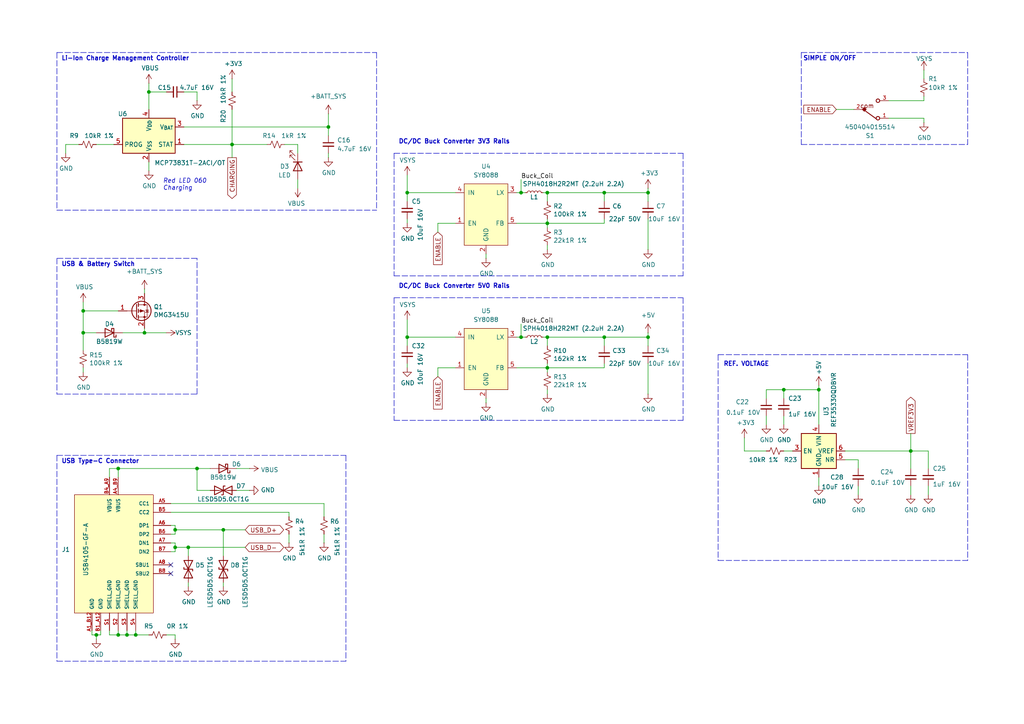
<source format=kicad_sch>
(kicad_sch (version 20250114) (generator "eeschema") (generator_version "9.0")
  (paper "A4")
  (lib_symbols
    (symbol "Battery_Management:MCP73831-2-OT"
      (property "Reference" "U" (at -7.62 6.35 0))
      (property "Value" "MCP73831-2-OT" (at 1.27 6.35 0))
      (symbol "MCP73831-2-OT_0_1"
        (rectangle (start -7.62 5.08) (end 7.62 -5.08) (stroke (width 0.254)) (fill (type background)))
      )
      (symbol "MCP73831-2-OT_1_1"
        (pin input line (at -10.16 -2.54 0) (length 2.54) (name "PROG") (number "5"))
        (pin power_in line (at 0 7.62 270) (length 2.54) (name "V_{DD}") (number "4"))
        (pin power_in line (at 0 -7.62 90) (length 2.54) (name "V_{SS}") (number "2"))
        (pin power_out line (at 10.16 2.54 180) (length 2.54) (name "V_{BAT}") (number "3"))
        (pin tri_state line (at 10.16 -2.54 180) (length 2.54) (name "STAT") (number "1"))
      )
    )
    (symbol "Device:C_Small" (pin_numbers (hide yes)) (pin_names (offset 0.254) (hide yes))
      (property "Reference" "C" (at 0.254 1.778 0))
      (property "Value" "C_Small" (at 0.254 -2.032 0))
      (symbol "C_Small_0_1"
        (polyline (pts (xy -1.524 0.508) (xy 1.524 0.508)) (stroke (width 0.3048)))
        (polyline (pts (xy -1.524 -0.508) (xy 1.524 -0.508)) (stroke (width 0.3302)))
      )
      (symbol "C_Small_1_1"
        (pin passive line (at 0 2.54 270) (length 2.032) (name "~") (number "1"))
        (pin passive line (at 0 -2.54 90) (length 2.032) (name "~") (number "2"))
      )
    )
    (symbol "Device:D_Schottky" (pin_numbers (hide yes)) (pin_names (offset 1.016) (hide yes))
      (property "Reference" "D" (at 0 2.54 0))
      (property "Value" "D_Schottky" (at 0 -2.54 0))
      (symbol "D_Schottky_0_1"
        (polyline (pts (xy -1.905 0.635) (xy -1.905 1.27) (xy -1.27 1.27) (xy -1.27 -1.27) (xy -0.635 -1.27) (xy -0.635 -0.635)) (stroke (width 0.254)))
        (polyline (pts (xy 1.27 1.27) (xy 1.27 -1.27) (xy -1.27 0) (xy 1.27 1.27)) (stroke (width 0.254)))
        (polyline (pts (xy 1.27 0) (xy -1.27 0)))
      )
      (symbol "D_Schottky_1_1"
        (pin passive line (at -3.81 0 0) (length 2.54) (name "K") (number "1"))
        (pin passive line (at 3.81 0 180) (length 2.54) (name "A") (number "2"))
      )
    )
    (symbol "Device:D_TVS" (pin_numbers (hide yes)) (pin_names (offset 1.016) (hide yes))
      (property "Reference" "D" (at 0 2.54 0))
      (property "Value" "D_TVS" (at 0 -2.54 0))
      (symbol "D_TVS_0_1"
        (polyline (pts (xy -2.54 1.27) (xy -2.54 -1.27) (xy 2.54 1.27) (xy 2.54 -1.27) (xy -2.54 1.27)) (stroke (width 0.254)))
        (polyline (pts (xy 0.508 1.27) (xy 0 1.27) (xy 0 -1.27) (xy -0.508 -1.27)) (stroke (width 0.254)))
        (polyline (pts (xy 1.27 0) (xy -1.27 0)))
      )
      (symbol "D_TVS_1_1"
        (pin passive line (at -3.81 0 0) (length 2.54) (name "A1") (number "1"))
        (pin passive line (at 3.81 0 180) (length 2.54) (name "A2") (number "2"))
      )
    )
    (symbol "Device:LED" (pin_numbers (hide yes)) (pin_names (offset 1.016) (hide yes))
      (property "Reference" "D" (at 0 2.54 0))
      (property "Value" "LED" (at 0 -2.54 0))
      (symbol "LED_0_1"
        (polyline (pts (xy -3.048 -0.762) (xy -4.572 -2.286) (xy -3.81 -2.286) (xy -4.572 -2.286) (xy -4.572 -1.524)))
        (polyline (pts (xy -1.778 -0.762) (xy -3.302 -2.286) (xy -2.54 -2.286) (xy -3.302 -2.286) (xy -3.302 -1.524)))
        (polyline (pts (xy -1.27 0) (xy 1.27 0)))
        (polyline (pts (xy -1.27 -1.27) (xy -1.27 1.27)) (stroke (width 0.254)))
        (polyline (pts (xy 1.27 -1.27) (xy 1.27 1.27) (xy -1.27 0) (xy 1.27 -1.27)) (stroke (width 0.254)))
      )
      (symbol "LED_1_1"
        (pin passive line (at -3.81 0 0) (length 2.54) (name "K") (number "1"))
        (pin passive line (at 3.81 0 180) (length 2.54) (name "A") (number "2"))
      )
    )
    (symbol "Device:L_Small" (pin_numbers (hide yes)) (pin_names (offset 0.254) (hide yes))
      (property "Reference" "L" (at 0.762 1.016 0))
      (property "Value" "L_Small" (at 0.762 -1.016 0))
      (symbol "L_Small_0_1"
        (arc (start 0 2.032) (mid 0.5058 1.524) (end 0 1.016))
        (arc (start 0 1.016) (mid 0.5058 0.508) (end 0 0))
        (arc (start 0 0) (mid 0.5058 -0.508) (end 0 -1.016))
        (arc (start 0 -1.016) (mid 0.5058 -1.524) (end 0 -2.032))
      )
      (symbol "L_Small_1_1"
        (pin passive line (at 0 2.54 270) (length 0.508) (name "~") (number "1"))
        (pin passive line (at 0 -2.54 90) (length 0.508) (name "~") (number "2"))
      )
    )
    (symbol "Device:R_Small_US" (pin_numbers (hide yes)) (pin_names (offset 0.254) (hide yes))
      (property "Reference" "R" (at 0.762 0.508 0))
      (property "Value" "R_Small_US" (at 0.762 -1.016 0))
      (symbol "R_Small_US_1_1"
        (polyline (pts (xy 0 1.524) (xy 1.016 1.143) (xy 0 0.762) (xy -1.016 0.381) (xy 0 0)))
        (polyline (pts (xy 0 0) (xy 1.016 -0.381) (xy 0 -0.762) (xy -1.016 -1.143) (xy 0 -1.524)))
        (pin passive line (at 0 2.54 270) (length 1.016) (name "~") (number "1"))
        (pin passive line (at 0 -2.54 90) (length 1.016) (name "~") (number "2"))
      )
    )
    (symbol "PCM_GCT:USB4105-GF-A" (pin_names (offset 1.016))
      (property "Reference" "J" (at 8.89 17.78 0))
      (property "Value" "USB4105-GF-A" (at 7.62 -20.32 0))
      (symbol "USB4105-GF-A_0_0"
        (pin power_in line (at -6.35 -22.86 90) (length 5.08) (name "GND") (number "A1_B12"))
        (pin power_in line (at -3.81 -22.86 90) (length 5.08) (name "GND") (number "B1_A12"))
        (pin power_in line (at -1.27 21.59 270) (length 5.08) (name "VBUS") (number "B4_A9"))
        (pin power_in line (at -1.27 -22.86 90) (length 5.08) (name "SHELL_GND") (number "S1"))
        (pin power_in line (at 1.27 21.59 270) (length 5.08) (name "VBUS") (number "A4_B9"))
        (pin power_in line (at 1.27 -22.86 90) (length 5.08) (name "SHELL_GND") (number "S2"))
        (pin power_in line (at 3.81 -22.86 90) (length 5.08) (name "SHELL_GND") (number "S3"))
        (pin power_in line (at 6.35 -22.86 90) (length 5.08) (name "SHELL_GND") (number "S4"))
        (pin bidirectional line (at 16.51 13.97 180) (length 5.08) (name "CC1") (number "A5"))
        (pin bidirectional line (at 16.51 11.43 180) (length 5.08) (name "CC2") (number "B5"))
        (pin bidirectional line (at 16.51 7.62 180) (length 5.08) (name "DP1") (number "A6"))
        (pin bidirectional line (at 16.51 5.08 180) (length 5.08) (name "DP2") (number "B6"))
        (pin bidirectional line (at 16.51 2.54 180) (length 5.08) (name "DN1") (number "A7"))
        (pin bidirectional line (at 16.51 0 180) (length 5.08) (name "DN2") (number "B7"))
        (pin bidirectional line (at 16.51 -3.81 180) (length 5.08) (name "SBU1") (number "A8"))
        (pin bidirectional line (at 16.51 -6.35 180) (length 5.08) (name "SBU2") (number "B8"))
      )
      (symbol "USB4105-GF-A_1_1"
        (rectangle (start 11.43 16.51) (end -11.43 -17.78) (fill (type background)))
      )
    )
    (symbol "PCM_Silergy:SY8088" (pin_names (offset 1.016))
      (property "Reference" "U" (at 5.08 10.16 0))
      (property "Value" "SY8088" (at -6.35 10.16 0))
      (symbol "SY8088_0_1"
        (rectangle (start -6.35 8.89) (end 6.35 -8.89) (fill (type background)))
      )
      (symbol "SY8088_1_1"
        (pin power_in line (at -8.89 6.35 0) (length 2.54) (name "IN") (number "4"))
        (pin input line (at -8.89 -2.54 0) (length 2.54) (name "EN") (number "1"))
        (pin power_in line (at 0 -11.43 90) (length 2.54) (name "GND") (number "2"))
        (pin power_out line (at 8.89 6.35 180) (length 2.54) (name "LX") (number "3"))
        (pin input line (at 8.89 -2.54 180) (length 2.54) (name "FB") (number "5"))
      )
    )
    (symbol "PCM_Wurth_Elektronik:450404015514" (pin_names (offset 1.016))
      (property "Reference" "S" (at 2.14 4.11 0))
      (property "Value" "450404015514" (at -2.41 -5.12 0))
      (symbol "450404015514_0_0"
        (polyline (pts (xy -2.032 -0.508) (xy -2.54 0) (xy -2.032 0.508) (xy -1.524 0) (xy -2.032 -0.508)) (stroke (width 0.254)) (fill (type outline)))
        (polyline (pts (xy -1.646 0.5) (xy 1.4 2.7)) (stroke (width 0.254)))
        (circle (center 1.905 2.54) (radius 0.508) (stroke (width 0.254)))
        (circle (center 1.905 -2.54) (radius 0.508) (stroke (width 0.254)))
        (text "com" (at -3.3 -1.8 0) (effects (font (size 1.27 1.27)) (justify left bottom)))
        (pin passive line (at -5.08 0 0) (length 2.54) (name "~") (number "2"))
        (pin passive line (at 5.08 2.54 180) (length 2.54) (name "~") (number "1"))
        (pin passive line (at 5.08 -2.54 180) (length 2.54) (name "~") (number "3"))
      )
    )
    (symbol "Reference_Voltage:REF35330QDBVR"
      (property "Reference" "U" (at 3.81 6.35 0))
      (property "Value" "REF35330QDBVR" (at 8.636 -6.35 0))
      (symbol "REF35330QDBVR_1_1"
        (rectangle (start -5.08 5.08) (end 5.08 -5.08) (stroke (width 0.254)) (fill (type background)))
        (pin input line (at -7.62 0 0) (length 2.54) (name "EN") (number "3"))
        (pin power_in line (at 0 7.62 270) (length 2.54) (name "VIN") (number "4"))
        (pin power_in line (at 0 -7.62 90) (length 2.54) (name "GND") (number "1"))
        (pin passive line (at 0 -7.62 90) (length 2.54) (hide yes) (name "GND") (number "2"))
        (pin power_out line (at 7.62 0 180) (length 2.54) (name "VREF") (number "6"))
        (pin output line (at 7.62 -2.54 180) (length 2.54) (name "NR") (number "5"))
      )
    )
    (symbol "Transistor_FET:DMG2301L" (pin_names (hide yes))
      (property "Reference" "Q" (at 5.08 1.905 0))
      (property "Value" "DMG2301L" (at 5.08 0 0))
      (symbol "DMG2301L_0_1"
        (polyline (pts (xy 0.254 1.905) (xy 0.254 -1.905)) (stroke (width 0.254)))
        (polyline (pts (xy 0.254 0) (xy -2.54 0)))
        (polyline (pts (xy 0.762 2.286) (xy 0.762 1.27)) (stroke (width 0.254)))
        (polyline (pts (xy 0.762 1.778) (xy 3.302 1.778) (xy 3.302 -1.778) (xy 0.762 -1.778)))
        (polyline (pts (xy 0.762 0.508) (xy 0.762 -0.508)) (stroke (width 0.254)))
        (polyline (pts (xy 0.762 -1.27) (xy 0.762 -2.286)) (stroke (width 0.254)))
        (circle (center 1.651 0) (radius 2.794) (stroke (width 0.254)))
        (polyline (pts (xy 2.286 0) (xy 1.27 0.381) (xy 1.27 -0.381) (xy 2.286 0)) (fill (type outline)))
        (polyline (pts (xy 2.54 2.54) (xy 2.54 1.778)))
        (circle (center 2.54 1.778) (radius 0.254) (fill (type outline)))
        (circle (center 2.54 -1.778) (radius 0.254) (fill (type outline)))
        (polyline (pts (xy 2.54 -2.54) (xy 2.54 0) (xy 0.762 0)))
        (polyline (pts (xy 2.794 -0.508) (xy 2.921 -0.381) (xy 3.683 -0.381) (xy 3.81 -0.254)))
        (polyline (pts (xy 3.302 -0.381) (xy 2.921 0.254) (xy 3.683 0.254) (xy 3.302 -0.381)))
      )
      (symbol "DMG2301L_1_1"
        (pin input line (at -5.08 0 0) (length 2.54) (name "G") (number "1"))
        (pin passive line (at 2.54 5.08 270) (length 2.54) (name "D") (number "3"))
        (pin passive line (at 2.54 -5.08 90) (length 2.54) (name "S") (number "2"))
      )
    )
    (symbol "power:+3V3" (power) (pin_numbers (hide yes)) (pin_names (offset 0) (hide yes))
      (property "Value" "+3V3" (at 0 3.556 0))
      (symbol "+3V3_0_1"
        (polyline (pts (xy -0.762 1.27) (xy 0 2.54)))
        (polyline (pts (xy 0 2.54) (xy 0.762 1.27)))
        (polyline (pts (xy 0 0) (xy 0 2.54)))
      )
      (symbol "+3V3_1_1"
        (pin power_in line (at 0 0 90) (length 0) (name "~") (number "1"))
      )
    )
    (symbol "power:+5V" (power) (pin_numbers (hide yes)) (pin_names (offset 0) (hide yes))
      (property "Value" "+5V" (at 0 3.556 0))
      (symbol "+5V_0_1"
        (polyline (pts (xy -0.762 1.27) (xy 0 2.54)))
        (polyline (pts (xy 0 2.54) (xy 0.762 1.27)))
        (polyline (pts (xy 0 0) (xy 0 2.54)))
      )
      (symbol "+5V_1_1"
        (pin power_in line (at 0 0 90) (length 0) (name "~") (number "1"))
      )
    )
    (symbol "power:+BATT" (power) (pin_numbers (hide yes)) (pin_names (offset 0) (hide yes))
      (property "Value" "+BATT" (at 0 3.556 0))
      (symbol "+BATT_0_1"
        (polyline (pts (xy -0.762 1.27) (xy 0 2.54)))
        (polyline (pts (xy 0 2.54) (xy 0.762 1.27)))
        (polyline (pts (xy 0 0) (xy 0 2.54)))
      )
      (symbol "+BATT_1_1"
        (pin power_in line (at 0 0 90) (length 0) (name "~") (number "1"))
      )
    )
    (symbol "power:GND" (power) (pin_numbers (hide yes)) (pin_names (offset 0) (hide yes))
      (property "Value" "GND" (at 0 -3.81 0))
      (symbol "GND_0_1"
        (polyline (pts (xy 0 0) (xy 0 -1.27) (xy 1.27 -1.27) (xy 0 -2.54) (xy -1.27 -1.27) (xy 0 -1.27)))
      )
      (symbol "GND_1_1"
        (pin power_in line (at 0 0 270) (length 0) (name "~") (number "1"))
      )
    )
    (symbol "power:VBUS" (power) (pin_numbers (hide yes)) (pin_names (offset 0) (hide yes))
      (property "Value" "VBUS" (at 0 3.556 0))
      (symbol "VBUS_0_1"
        (polyline (pts (xy -0.762 1.27) (xy 0 2.54)))
        (polyline (pts (xy 0 2.54) (xy 0.762 1.27)))
        (polyline (pts (xy 0 0) (xy 0 2.54)))
      )
      (symbol "VBUS_1_1"
        (pin power_in line (at 0 0 90) (length 0) (name "~") (number "1"))
      )
    )
  )
  (text "DC/DC Buck Converter 3V3 Rails" (at 115.57 41.91 0) (effects (font (size 1.27 1.27) (thickness 0.254) (bold yes)) (justify left bottom)))
  (text "SIMPLE ON/OFF" (at 232.918 17.78 0) (effects (font (size 1.27 1.27) (thickness 0.254) (bold yes)) (justify left bottom)))
  (text "USB Type-C Connector" (at 17.78 134.62 0) (effects (font (size 1.27 1.27) (thickness 0.254) (bold yes)) (justify left bottom)))
  (text "Li-Ion Charge Management Controller" (at 17.78 17.78 0) (effects (font (size 1.27 1.27) (thickness 0.254) (bold yes)) (justify left bottom)))
  (text "REF. VOLTAGE" (at 209.804 106.426 0) (effects (font (size 1.27 1.27) (thickness 0.254) (bold yes)) (justify left bottom)))
  (text "USB & Battery Switch" (at 17.78 77.47 0) (effects (font (size 1.27 1.27) (thickness 0.254) (bold yes)) (justify left bottom)))
  (text "Red LED 060\nCharging" (at 47.244 55.372 0) (effects (font (size 1.27 1.27) (italic yes)) (justify left bottom)))
  (text "DC/DC Buck Converter 5V0 Rails" (at 115.57 83.82 0) (effects (font (size 1.27 1.27) (thickness 0.254) (bold yes)) (justify left bottom)))
  (junction (at 27.94 184.15))
  (junction (at 54.61 158.75))
  (junction (at 24.13 90.17))
  (junction (at 187.96 97.79))
  (junction (at 158.75 55.88))
  (junction (at 43.18 26.67))
  (junction (at 158.75 106.68))
  (junction (at 158.75 64.77))
  (junction (at 175.26 97.79))
  (junction (at 175.26 55.88))
  (junction (at 50.8 153.67))
  (junction (at 151.13 55.88))
  (junction (at 187.96 55.88))
  (junction (at 237.49 113.03))
  (junction (at 67.31 41.91))
  (junction (at 158.75 97.79))
  (junction (at 264.16 130.81))
  (junction (at 34.29 184.15))
  (junction (at 227.33 113.03))
  (junction (at 36.83 184.15))
  (junction (at 118.11 97.79))
  (junction (at 34.29 135.89))
  (junction (at 50.8 158.75))
  (junction (at 57.15 135.89))
  (junction (at 95.25 36.83))
  (junction (at 151.13 97.79))
  (junction (at 118.11 55.88))
  (junction (at 64.77 153.67))
  (junction (at 24.13 96.52))
  (junction (at 41.91 96.52))
  (junction (at 39.37 184.15))
  (no_connect (at 49.53 166.37))
  (no_connect (at 49.53 163.83))
  (wire (pts (xy 26.67 182.88) (xy 26.67 184.15)))
  (wire (pts (xy 49.53 146.05) (xy 93.98 146.05)))
  (polyline (pts (xy 16.51 15.24) (xy 109.22 15.24)) (stroke (width 0) (type dash)))
  (wire (pts (xy 53.34 41.91) (xy 67.31 41.91)))
  (wire (pts (xy 151.13 93.98) (xy 151.13 97.79)))
  (wire (pts (xy 24.13 87.63) (xy 24.13 90.17)))
  (wire (pts (xy 264.16 125.73) (xy 264.16 130.81)))
  (wire (pts (xy 267.97 27.94) (xy 267.97 29.21)))
  (polyline (pts (xy 16.51 74.93) (xy 16.51 114.3)) (stroke (width 0) (type dash)))
  (wire (pts (xy 60.96 142.24) (xy 57.15 142.24)))
  (wire (pts (xy 35.56 96.52) (xy 41.91 96.52)))
  (wire (pts (xy 31.75 135.89) (xy 31.75 138.43)))
  (wire (pts (xy 227.33 115.57) (xy 227.33 113.03)))
  (wire (pts (xy 43.18 24.13) (xy 43.18 26.67)))
  (wire (pts (xy 127 106.68) (xy 132.08 106.68)))
  (wire (pts (xy 36.83 182.88) (xy 36.83 184.15)))
  (wire (pts (xy 118.11 97.79) (xy 118.11 100.33)))
  (polyline (pts (xy 57.15 114.3) (xy 57.15 74.93)) (stroke (width 0) (type dash)))
  (wire (pts (xy 242.57 31.75) (xy 247.65 31.75)))
  (polyline (pts (xy 232.41 15.24) (xy 280.67 15.24)) (stroke (width 0) (type dash)))
  (wire (pts (xy 68.58 135.89) (xy 72.39 135.89)))
  (wire (pts (xy 19.05 41.91) (xy 19.05 44.45)))
  (wire (pts (xy 95.25 45.72) (xy 95.25 44.45)))
  (wire (pts (xy 267.97 34.29) (xy 267.97 35.56)))
  (polyline (pts (xy 208.28 162.56) (xy 280.67 162.56)) (stroke (width 0) (type dash)))
  (wire (pts (xy 27.94 184.15) (xy 27.94 185.42)))
  (wire (pts (xy 187.96 63.5) (xy 187.96 72.39)))
  (wire (pts (xy 158.75 105.41) (xy 158.75 106.68)))
  (wire (pts (xy 64.77 153.67) (xy 71.12 153.67)))
  (polyline (pts (xy 100.33 132.08) (xy 100.33 191.77)) (stroke (width 0) (type dash)))
  (wire (pts (xy 41.91 95.25) (xy 41.91 96.52)))
  (wire (pts (xy 157.48 97.79) (xy 158.75 97.79)))
  (wire (pts (xy 149.86 97.79) (xy 151.13 97.79)))
  (polyline (pts (xy 16.51 60.96) (xy 109.22 60.96)) (stroke (width 0) (type dash)))
  (wire (pts (xy 257.81 29.21) (xy 267.97 29.21)))
  (wire (pts (xy 49.53 152.4) (xy 50.8 152.4)))
  (wire (pts (xy 158.75 55.88) (xy 158.75 58.42)))
  (wire (pts (xy 245.11 133.35) (xy 248.92 133.35)))
  (wire (pts (xy 49.53 148.59) (xy 83.82 148.59)))
  (wire (pts (xy 93.98 146.05) (xy 93.98 149.86)))
  (polyline (pts (xy 232.41 15.24) (xy 232.41 41.91)) (stroke (width 0) (type dash)))
  (wire (pts (xy 83.82 154.94) (xy 83.82 157.48)))
  (wire (pts (xy 118.11 97.79) (xy 132.08 97.79)))
  (wire (pts (xy 149.86 64.77) (xy 158.75 64.77)))
  (wire (pts (xy 248.92 133.35) (xy 248.92 135.89)))
  (wire (pts (xy 39.37 184.15) (xy 39.37 182.88)))
  (wire (pts (xy 187.96 105.41) (xy 187.96 114.3)))
  (polyline (pts (xy 16.51 15.24) (xy 16.51 60.96)) (stroke (width 0) (type dash)))
  (wire (pts (xy 222.25 120.65) (xy 222.25 123.19)))
  (wire (pts (xy 36.83 184.15) (xy 39.37 184.15)))
  (wire (pts (xy 175.26 106.68) (xy 158.75 106.68)))
  (wire (pts (xy 264.16 130.81) (xy 269.24 130.81)))
  (wire (pts (xy 175.26 55.88) (xy 187.96 55.88)))
  (wire (pts (xy 27.94 184.15) (xy 29.21 184.15)))
  (polyline (pts (xy 208.28 102.87) (xy 208.28 162.56)) (stroke (width 0) (type dash)))
  (wire (pts (xy 227.33 130.81) (xy 229.87 130.81)))
  (wire (pts (xy 158.75 106.68) (xy 158.75 107.95)))
  (polyline (pts (xy 280.67 102.87) (xy 280.67 162.56)) (stroke (width 0) (type dash)))
  (polyline (pts (xy 16.51 132.08) (xy 16.51 191.77)) (stroke (width 0) (type dash)))
  (wire (pts (xy 31.75 135.89) (xy 34.29 135.89)))
  (wire (pts (xy 149.86 55.88) (xy 151.13 55.88)))
  (wire (pts (xy 237.49 111.76) (xy 237.49 113.03)))
  (wire (pts (xy 24.13 96.52) (xy 24.13 101.6)))
  (wire (pts (xy 50.8 153.67) (xy 50.8 154.94)))
  (wire (pts (xy 149.86 106.68) (xy 158.75 106.68)))
  (wire (pts (xy 175.26 97.79) (xy 187.96 97.79)))
  (wire (pts (xy 43.18 26.67) (xy 48.26 26.67)))
  (wire (pts (xy 245.11 130.81) (xy 264.16 130.81)))
  (wire (pts (xy 50.8 158.75) (xy 54.61 158.75)))
  (wire (pts (xy 215.9 130.81) (xy 222.25 130.81)))
  (wire (pts (xy 118.11 63.5) (xy 118.11 64.77)))
  (wire (pts (xy 222.25 113.03) (xy 227.33 113.03)))
  (wire (pts (xy 227.33 120.65) (xy 227.33 123.19)))
  (wire (pts (xy 175.26 105.41) (xy 175.26 106.68)))
  (polyline (pts (xy 16.51 114.3) (xy 57.15 114.3)) (stroke (width 0) (type dash)))
  (wire (pts (xy 57.15 142.24) (xy 57.15 135.89)))
  (wire (pts (xy 140.97 73.66) (xy 140.97 74.93)))
  (wire (pts (xy 157.48 55.88) (xy 158.75 55.88)))
  (wire (pts (xy 83.82 148.59) (xy 83.82 149.86)))
  (wire (pts (xy 50.8 160.02) (xy 49.53 160.02)))
  (wire (pts (xy 53.34 36.83) (xy 95.25 36.83)))
  (polyline (pts (xy 114.3 86.36) (xy 114.3 121.92)) (stroke (width 0) (type dash)))
  (polyline (pts (xy 114.3 44.45) (xy 198.12 44.45)) (stroke (width 0) (type dash)))
  (wire (pts (xy 49.53 157.48) (xy 50.8 157.48)))
  (wire (pts (xy 140.97 115.57) (xy 140.97 116.84)))
  (wire (pts (xy 48.26 184.15) (xy 50.8 184.15)))
  (polyline (pts (xy 208.28 102.87) (xy 280.67 102.87)) (stroke (width 0) (type dash)))
  (wire (pts (xy 29.21 184.15) (xy 29.21 182.88)))
  (wire (pts (xy 27.94 41.91) (xy 33.02 41.91)))
  (wire (pts (xy 175.26 63.5) (xy 175.26 64.77)))
  (polyline (pts (xy 109.22 15.24) (xy 109.22 60.96)) (stroke (width 0) (type dash)))
  (wire (pts (xy 95.25 36.83) (xy 95.25 39.37)))
  (wire (pts (xy 82.55 41.91) (xy 86.36 41.91)))
  (wire (pts (xy 39.37 184.15) (xy 43.18 184.15)))
  (polyline (pts (xy 16.51 132.08) (xy 100.33 132.08)) (stroke (width 0) (type dash)))
  (wire (pts (xy 31.75 184.15) (xy 34.29 184.15)))
  (wire (pts (xy 93.98 154.94) (xy 93.98 157.48)))
  (wire (pts (xy 118.11 50.8) (xy 118.11 55.88)))
  (wire (pts (xy 227.33 113.03) (xy 237.49 113.03)))
  (wire (pts (xy 222.25 115.57) (xy 222.25 113.03)))
  (wire (pts (xy 269.24 130.81) (xy 269.24 135.89)))
  (wire (pts (xy 67.31 31.75) (xy 67.31 41.91)))
  (wire (pts (xy 175.26 64.77) (xy 158.75 64.77)))
  (wire (pts (xy 50.8 153.67) (xy 64.77 153.67)))
  (wire (pts (xy 158.75 97.79) (xy 158.75 100.33)))
  (wire (pts (xy 127 64.77) (xy 132.08 64.77)))
  (wire (pts (xy 269.24 140.97) (xy 269.24 143.51)))
  (wire (pts (xy 151.13 55.88) (xy 152.4 55.88)))
  (wire (pts (xy 34.29 90.17) (xy 24.13 90.17)))
  (wire (pts (xy 264.16 140.97) (xy 264.16 143.51)))
  (wire (pts (xy 158.75 63.5) (xy 158.75 64.77)))
  (wire (pts (xy 24.13 90.17) (xy 24.13 96.52)))
  (polyline (pts (xy 232.41 41.91) (xy 280.67 41.91)) (stroke (width 0) (type dash)))
  (wire (pts (xy 54.61 170.18) (xy 54.61 168.91)))
  (wire (pts (xy 41.91 85.09) (xy 41.91 83.82)))
  (wire (pts (xy 67.31 22.86) (xy 67.31 26.67)))
  (wire (pts (xy 267.97 20.32) (xy 267.97 22.86)))
  (wire (pts (xy 57.15 26.67) (xy 57.15 29.21)))
  (wire (pts (xy 34.29 182.88) (xy 34.29 184.15)))
  (wire (pts (xy 118.11 55.88) (xy 132.08 55.88)))
  (wire (pts (xy 264.16 130.81) (xy 264.16 135.89)))
  (wire (pts (xy 95.25 33.02) (xy 95.25 36.83)))
  (polyline (pts (xy 114.3 44.45) (xy 114.3 80.01)) (stroke (width 0) (type dash)))
  (wire (pts (xy 237.49 140.97) (xy 237.49 138.43)))
  (wire (pts (xy 31.75 182.88) (xy 31.75 184.15)))
  (wire (pts (xy 24.13 107.95) (xy 24.13 106.68)))
  (wire (pts (xy 158.75 55.88) (xy 175.26 55.88)))
  (wire (pts (xy 67.31 41.91) (xy 77.47 41.91)))
  (polyline (pts (xy 198.12 44.45) (xy 198.12 80.01)) (stroke (width 0) (type dash)))
  (wire (pts (xy 50.8 154.94) (xy 49.53 154.94)))
  (wire (pts (xy 68.58 142.24) (xy 72.39 142.24)))
  (wire (pts (xy 50.8 157.48) (xy 50.8 158.75)))
  (polyline (pts (xy 114.3 121.92) (xy 198.12 121.92)) (stroke (width 0) (type dash)))
  (wire (pts (xy 175.26 97.79) (xy 175.26 100.33)))
  (wire (pts (xy 175.26 55.88) (xy 175.26 58.42)))
  (wire (pts (xy 54.61 158.75) (xy 71.12 158.75)))
  (wire (pts (xy 64.77 170.18) (xy 64.77 168.91)))
  (wire (pts (xy 27.94 96.52) (xy 24.13 96.52)))
  (wire (pts (xy 118.11 105.41) (xy 118.11 106.68)))
  (wire (pts (xy 187.96 54.61) (xy 187.96 55.88)))
  (polyline (pts (xy 57.15 74.93) (xy 16.51 74.93)) (stroke (width 0) (type dash)))
  (wire (pts (xy 127 106.68) (xy 127 109.22)))
  (wire (pts (xy 41.91 96.52) (xy 48.26 96.52)))
  (wire (pts (xy 64.77 161.29) (xy 64.77 153.67)))
  (wire (pts (xy 22.86 41.91) (xy 19.05 41.91)))
  (polyline (pts (xy 16.51 191.77) (xy 100.33 191.77)) (stroke (width 0) (type dash)))
  (wire (pts (xy 215.9 127) (xy 215.9 130.81)))
  (wire (pts (xy 248.92 140.97) (xy 248.92 143.51)))
  (wire (pts (xy 187.96 55.88) (xy 187.96 58.42)))
  (wire (pts (xy 57.15 135.89) (xy 60.96 135.89)))
  (polyline (pts (xy 198.12 86.36) (xy 198.12 121.92)) (stroke (width 0) (type dash)))
  (wire (pts (xy 34.29 135.89) (xy 57.15 135.89)))
  (wire (pts (xy 67.31 41.91) (xy 67.31 45.72)))
  (wire (pts (xy 43.18 26.67) (xy 43.18 31.75)))
  (wire (pts (xy 158.75 71.12) (xy 158.75 72.39)))
  (polyline (pts (xy 114.3 80.01) (xy 198.12 80.01)) (stroke (width 0) (type dash)))
  (wire (pts (xy 187.96 97.79) (xy 187.96 100.33)))
  (polyline (pts (xy 114.3 86.36) (xy 198.12 86.36)) (stroke (width 0) (type dash)))
  (wire (pts (xy 54.61 161.29) (xy 54.61 158.75)))
  (wire (pts (xy 158.75 113.03) (xy 158.75 114.3)))
  (wire (pts (xy 127 64.77) (xy 127 67.31)))
  (polyline (pts (xy 280.67 15.24) (xy 280.67 41.91)) (stroke (width 0) (type dash)))
  (wire (pts (xy 257.81 34.29) (xy 267.97 34.29)))
  (wire (pts (xy 53.34 26.67) (xy 57.15 26.67)))
  (wire (pts (xy 50.8 158.75) (xy 50.8 160.02)))
  (wire (pts (xy 50.8 152.4) (xy 50.8 153.67)))
  (wire (pts (xy 237.49 113.03) (xy 237.49 123.19)))
  (wire (pts (xy 118.11 92.71) (xy 118.11 97.79)))
  (wire (pts (xy 34.29 184.15) (xy 36.83 184.15)))
  (wire (pts (xy 158.75 97.79) (xy 175.26 97.79)))
  (wire (pts (xy 151.13 52.07) (xy 151.13 55.88)))
  (wire (pts (xy 158.75 64.77) (xy 158.75 66.04)))
  (wire (pts (xy 151.13 97.79) (xy 152.4 97.79)))
  (wire (pts (xy 43.18 49.53) (xy 43.18 46.99)))
  (wire (pts (xy 187.96 96.52) (xy 187.96 97.79)))
  (wire (pts (xy 86.36 41.91) (xy 86.36 44.45)))
  (wire (pts (xy 34.29 135.89) (xy 34.29 138.43)))
  (wire (pts (xy 50.8 184.15) (xy 50.8 185.42)))
  (wire (pts (xy 118.11 55.88) (xy 118.11 58.42)))
  (wire (pts (xy 26.67 184.15) (xy 27.94 184.15)))
  (wire (pts (xy 86.36 52.07) (xy 86.36 54.61)))
  (label "Buck_Coil" (at 151.13 52.07 0))
  (label "Buck_Coil" (at 151.13 93.98 0))
  (global_label "CHARGING" (shape output) (at 67.31 45.72 270) (property "Intersheetrefs" "${INTERSHEET_REFS}" (effects (hide yes))))
  (global_label "USB_D+" (shape bidirectional) (at 71.12 153.67 0) (property "Intersheetrefs" "${INTERSHEET_REFS}" (effects (hide yes))))
  (global_label "VREF3V3" (shape output) (at 264.16 125.73 90) (property "Intersheetrefs" "${INTERSHEET_REFS}" (effects (hide yes))))
  (global_label "USB_D-" (shape bidirectional) (at 71.12 158.75 0) (property "Intersheetrefs" "${INTERSHEET_REFS}" (effects (hide yes))))
  (global_label "ENABLE" (shape input) (at 242.57 31.75 180) (property "Intersheetrefs" "${INTERSHEET_REFS}" (effects (hide yes))))
  (global_label "ENABLE" (shape input) (at 127 67.31 270) (property "Intersheetrefs" "${INTERSHEET_REFS}" (effects (hide yes))))
  (global_label "ENABLE" (shape input) (at 127 109.22 270) (property "Intersheetrefs" "${INTERSHEET_REFS}" (effects (hide yes))))
  (symbol (lib_id "power:GND") (at 140.97 74.93 0) (unit 1)
    (property "Reference" "#PWR0101" (effects (hide yes)))
    (property "Value" "GND" (at 141.097 79.3242 0))
  )
  (symbol (lib_id "Device:C_Small") (at 118.11 60.96 0) (unit 1)
    (property "Reference" "C5" (at 119.38 58.42 0) (effects (justify left)))
    (property "Value" "10uF 16V" (at 121.92 69.85 90) (effects (justify left)))
    (property "Footprint" "Capacitor_SMD:C_0805_2012Metric" (effects (hide yes)))
    (property "LCSC" "C15850" (effects (hide yes)))
  )
  (symbol (lib_id "Device:C_Small") (at 175.26 60.96 0) (unit 1)
    (property "Reference" "C6" (at 177.5968 59.7916 0) (effects (justify left)))
    (property "Value" "22pF 50V" (at 176.53 63.5 0) (effects (justify left)))
    (property "Footprint" "Capacitor_SMD:C_0603_1608Metric" (effects (hide yes)))
    (property "LCSC" "C1653" (effects (hide yes)))
  )
  (symbol (lib_id "Device:C_Small") (at 187.96 60.96 0) (unit 1)
    (property "Reference" "C7" (at 190.2968 59.7916 0) (effects (justify left)))
    (property "Value" "10uF 16V" (at 187.96 63.5 0) (effects (justify left)))
    (property "Footprint" "Capacitor_SMD:C_0805_2012Metric" (effects (hide yes)))
    (property "LCSC" "C15850" (effects (hide yes)))
  )
  (symbol (lib_id "Device:R_Small_US") (at 158.75 60.96 0) (unit 1)
    (property "Reference" "R2" (at 160.4772 59.7916 0) (effects (justify left)))
    (property "Value" "100kR 1%" (at 160.4772 62.103 0) (effects (justify left)))
    (property "Footprint" "Resistor_SMD:R_0402_1005Metric" (effects (hide yes)))
    (property "LCSC" "C25741" (effects (hide yes)))
  )
  (symbol (lib_id "Device:R_Small_US") (at 158.75 68.58 0) (unit 1)
    (property "Reference" "R3" (at 160.4772 67.4116 0) (effects (justify left)))
    (property "Value" "22k1R 1%" (at 160.4772 69.723 0) (effects (justify left)))
    (property "Footprint" "Resistor_SMD:R_0402_1005Metric" (effects (hide yes)))
    (property "LCSC" "C43473" (effects (hide yes)))
  )
  (symbol (lib_id "Device:L_Small") (at 154.94 55.88 90) (unit 1)
    (property "Reference" "L1" (at 154.94 57.15 90))
    (property "Value" "SPH4018H2R2MT (2.2uH 2.2A)" (at 166.37 53.34 90))
    (property "Footprint" "Inductor_SMD:L_Bourns-SRN4018" (effects (hide yes)))
    (property "LCSC" "C370436" (effects (hide yes)))
  )
  (symbol (lib_id "power:GND") (at 158.75 72.39 0) (unit 1)
    (property "Reference" "#PWR0102" (effects (hide yes)))
    (property "Value" "GND" (at 158.877 76.7842 0))
  )
  (symbol (lib_id "power:GND") (at 187.96 72.39 0) (unit 1)
    (property "Reference" "#PWR0103" (effects (hide yes)))
    (property "Value" "GND" (at 188.087 76.7842 0))
  )
  (symbol (lib_id "power:GND") (at 118.11 64.77 0) (unit 1)
    (property "Reference" "#PWR0104" (effects (hide yes)))
    (property "Value" "GND" (at 118.237 69.1642 0))
  )
  (symbol (lib_id "power:+3V3") (at 187.96 54.61 0) (unit 1)
    (property "Reference" "#PWR0106" (effects (hide yes)))
    (property "Value" "+3V3" (at 188.341 50.2158 0))
  )
  (symbol (lib_id "Device:R_Small_US") (at 267.97 25.4 0) (unit 1)
    (property "Reference" "R1" (at 269.24 22.86 0) (effects (justify left)))
    (property "Value" "10kR 1%" (at 269.24 25.4 0) (effects (justify left)))
    (property "Footprint" "Resistor_SMD:R_0402_1005Metric" (effects (hide yes)))
    (property "LCSC" "C25744" (effects (hide yes)))
  )
  (symbol (lib_id "power:VBUS") (at 72.39 135.89 270) (unit 1)
    (property "Reference" "#PWR0107" (effects (hide yes)))
    (property "Value" "VBUS" (at 75.6412 136.271 90) (effects (justify left)))
  )
  (symbol (lib_id "power:GND") (at 50.8 185.42 0) (unit 1)
    (property "Reference" "#PWR0108" (effects (hide yes)))
    (property "Value" "GND" (at 50.927 189.8142 0))
  )
  (symbol (lib_id "Device:R_Small_US") (at 83.82 152.4 0) (unit 1)
    (property "Reference" "R4" (at 85.5472 151.2316 0) (effects (justify left)))
    (property "Value" "5k1R 1%" (at 87.63 161.29 90) (effects (justify left)))
    (property "Footprint" "Resistor_SMD:R_0402_1005Metric" (effects (hide yes)))
    (property "LCSC" "C25905" (effects (hide yes)))
  )
  (symbol (lib_id "Device:R_Small_US") (at 93.98 152.4 0) (unit 1)
    (property "Reference" "R6" (at 95.7072 151.2316 0) (effects (justify left)))
    (property "Value" "5k1R 1%" (at 97.79 161.29 90) (effects (justify left)))
    (property "Footprint" "Resistor_SMD:R_0402_1005Metric" (effects (hide yes)))
    (property "LCSC" "C25905" (effects (hide yes)))
  )
  (symbol (lib_id "power:GND") (at 54.61 170.18 0) (unit 1)
    (property "Reference" "#PWR0109" (effects (hide yes)))
    (property "Value" "GND" (at 54.737 174.5742 0))
  )
  (symbol (lib_id "power:GND") (at 93.98 157.48 0) (unit 1)
    (property "Reference" "#PWR0110" (effects (hide yes)))
    (property "Value" "GND" (at 94.107 161.8742 0))
  )
  (symbol (lib_id "Device:D_TVS") (at 54.61 165.1 270) (unit 1)
    (property "Reference" "D5" (at 56.642 163.9316 90) (effects (justify left)))
    (property "Value" "LESD5D5.0CT1G" (at 60.96 161.29 0) (effects (justify left)))
    (property "Footprint" "Diode_SMD:D_SOD-523" (effects (hide yes)))
    (property "LCSC" "C383211" (effects (hide yes)))
  )
  (symbol (lib_id "Device:D_TVS") (at 64.77 165.1 270) (unit 1)
    (property "Reference" "D8" (at 66.802 163.9316 90) (effects (justify left)))
    (property "Value" "LESD5D5.0CT1G" (at 71.12 161.29 0) (effects (justify left)))
    (property "Footprint" "Diode_SMD:D_SOD-523" (effects (hide yes)))
    (property "LCSC" "C383211" (effects (hide yes)))
  )
  (symbol (lib_id "power:GND") (at 64.77 170.18 0) (unit 1)
    (property "Reference" "#PWR0143" (effects (hide yes)))
    (property "Value" "GND" (at 64.897 174.5742 0))
  )
  (symbol (lib_id "power:GND") (at 83.82 157.48 0) (unit 1)
    (property "Reference" "#PWR0145" (effects (hide yes)))
    (property "Value" "GND" (at 83.947 161.8742 0))
  )
  (symbol (lib_id "Device:D_TVS") (at 64.77 142.24 0) (unit 1)
    (property "Reference" "D7" (at 69.85 140.97 0))
    (property "Value" "LESD5D5.0CT1G" (at 64.77 144.78 0))
    (property "Footprint" "Diode_SMD:D_SOD-523" (effects (hide yes)))
    (property "LCSC" "C383211" (effects (hide yes)))
  )
  (symbol (lib_id "power:GND") (at 72.39 142.24 90) (unit 1)
    (property "Reference" "#PWR0146" (effects (hide yes)))
    (property "Value" "GND" (at 75.6412 142.113 90) (effects (justify right)))
  )
  (symbol (lib_id "Battery_Management:MCP73831-2-OT") (at 43.18 39.37 0) (unit 1)
    (property "Reference" "U6" (at 35.56 33.02 0))
    (property "Value" "MCP73831T-2ACI/OT" (at 55.118 47.244 0))
    (property "Footprint" "Package_TO_SOT_SMD:SOT-23-5" (effects (hide yes)))
    (property "Datasheet" "http://ww1.microchip.com/downloads/en/DeviceDoc/20001984g.pdf" (effects (hide yes)))
    (property "LCSC" "C424093" (effects (hide yes)))
  )
  (symbol (lib_id "Device:R_Small_US") (at 80.01 41.91 90) (unit 1)
    (property "Reference" "R14" (at 80.01 39.37 90) (effects (justify left)))
    (property "Value" "1kR 1%" (at 88.9 39.37 90) (effects (justify left)))
    (property "Footprint" "Resistor_SMD:R_0402_1005Metric" (effects (hide yes)))
    (property "LCSC" "C11702" (effects (hide yes)))
  )
  (symbol (lib_id "Device:C_Small") (at 95.25 41.91 0) (unit 1)
    (property "Reference" "C16" (at 97.79 40.64 0) (effects (justify left)))
    (property "Value" "4.7uF 16V" (at 97.79 43.18 0) (effects (justify left)))
    (property "Footprint" "Capacitor_SMD:C_0603_1608Metric" (effects (hide yes)))
    (property "LCSC" "C19666" (effects (hide yes)))
  )
  (symbol (lib_id "power:GND") (at 43.18 49.53 0) (unit 1)
    (property "Reference" "#PWR0148" (effects (hide yes)))
    (property "Value" "GND" (at 43.307 53.9242 0))
  )
  (symbol (lib_id "power:GND") (at 95.25 45.72 0) (unit 1)
    (property "Reference" "#PWR0149" (effects (hide yes)))
    (property "Value" "GND" (at 95.377 50.1142 0))
  )
  (symbol (lib_id "Device:R_Small_US") (at 25.4 41.91 90) (unit 1)
    (property "Reference" "R9" (at 22.86 39.37 90) (effects (justify left)))
    (property "Value" "10kR 1%" (at 33.02 39.37 90) (effects (justify left)))
    (property "Footprint" "Resistor_SMD:R_0402_1005Metric" (effects (hide yes)))
    (property "LCSC" "C25744" (effects (hide yes)))
  )
  (symbol (lib_id "Device:C_Small") (at 50.8 26.67 270) (unit 1)
    (property "Reference" "C15" (at 45.72 25.4 90) (effects (justify left)))
    (property "Value" "4.7uF 16V" (at 52.07 25.4 90) (effects (justify left)))
    (property "Footprint" "Capacitor_SMD:C_0603_1608Metric" (effects (hide yes)))
    (property "LCSC" "C19666" (effects (hide yes)))
  )
  (symbol (lib_id "power:GND") (at 57.15 29.21 0) (unit 1)
    (property "Reference" "#PWR0151" (effects (hide yes)))
    (property "Value" "GND" (at 57.277 33.6042 0))
  )
  (symbol (lib_id "power:GND") (at 19.05 44.45 0) (unit 1)
    (property "Reference" "#PWR0153" (effects (hide yes)))
    (property "Value" "GND" (at 19.177 48.8442 0))
  )
  (symbol (lib_id "Device:LED") (at 86.36 48.26 270) (unit 1)
    (property "Reference" "D3" (at 82.55 48.26 90))
    (property "Value" "LED" (at 82.55 50.8 90))
    (property "Footprint" "LED_SMD:LED_0603_1608Metric" (effects (hide yes)))
    (property "LCSC" "C2286" (effects (hide yes)))
  )
  (symbol (lib_id "Transistor_FET:DMG2301L") (at 39.37 90.17 0) (unit 1)
    (property "Reference" "Q1" (at 44.5516 89.0016 0) (effects (justify left)))
    (property "Value" "DMG3415U" (at 44.5516 91.313 0) (effects (justify left)))
    (property "Footprint" "Package_TO_SOT_SMD:SOT-23" (effects (hide yes)))
    (property "Datasheet" "https://www.diodes.com/assets/Datasheets/DMG2301L.pdf" (effects (hide yes)))
    (property "LCSC" "C96616" (effects (hide yes)))
  )
  (symbol (lib_id "Device:D_Schottky") (at 31.75 96.52 180) (unit 1)
    (property "Reference" "D4" (at 31.75 93.98 0))
    (property "Value" "B5819W" (at 31.75 99.06 0))
    (property "Footprint" "Diode_SMD:D_SOD-123" (effects (hide yes)))
    (property "LCSC" "C8598" (effects (hide yes)))
  )
  (symbol (lib_id "Device:R_Small_US") (at 24.13 104.14 0) (unit 1)
    (property "Reference" "R15" (at 25.8572 102.9716 0) (effects (justify left)))
    (property "Value" "100kR 1%" (at 25.8572 105.283 0) (effects (justify left)))
    (property "Footprint" "Resistor_SMD:R_0402_1005Metric" (effects (hide yes)))
    (property "LCSC" "C25741" (effects (hide yes)))
  )
  (symbol (lib_id "power:GND") (at 24.13 107.95 0) (unit 1)
    (property "Reference" "#PWR0155" (effects (hide yes)))
    (property "Value" "GND" (at 24.257 112.3442 0))
  )
  (symbol (lib_id "power:VBUS") (at 24.13 87.63 0) (unit 1)
    (property "Reference" "#PWR0156" (effects (hide yes)))
    (property "Value" "VBUS" (at 24.511 83.2358 0))
  )
  (symbol (lib_id "power:+5V") (at 48.26 96.52 270) (unit 1)
    (property "Reference" "#PWR0157" (effects (hide yes)))
    (property "Value" "VSYS" (at 50.8 96.52 90) (effects (justify left)))
  )
  (symbol (lib_id "power:VBUS") (at 43.18 24.13 0) (unit 1)
    (property "Reference" "#PWR0158" (effects (hide yes)))
    (property "Value" "VBUS" (at 43.561 19.7358 0))
  )
  (symbol (lib_id "power:VBUS") (at 86.36 54.61 180) (unit 1)
    (property "Reference" "#PWR0159" (effects (hide yes)))
    (property "Value" "VBUS" (at 85.979 59.0042 0))
  )
  (symbol (lib_id "Device:D_Schottky") (at 64.77 135.89 180) (unit 1)
    (property "Reference" "D6" (at 68.58 134.62 0))
    (property "Value" "B5819W" (at 64.77 138.43 0))
    (property "Footprint" "Diode_SMD:D_SOD-123" (effects (hide yes)))
    (property "LCSC" "C8598" (effects (hide yes)))
  )
  (symbol (lib_id "power:GND") (at 222.25 123.19 0) (unit 1)
    (property "Reference" "#PWR0169" (effects (hide yes)))
    (property "Value" "GND" (at 222.377 127.5842 0))
  )
  (symbol (lib_id "Device:C_Small") (at 248.92 138.43 0) (unit 1)
    (property "Reference" "C28" (at 240.792 138.43 0) (effects (justify left)))
    (property "Value" "10uF 16V" (at 238.252 141.224 0) (effects (justify left)))
    (property "Footprint" "Capacitor_SMD:C_0805_2012Metric" (effects (hide yes)))
    (property "LCSC" "C15850" (effects (hide yes)))
  )
  (symbol (lib_id "PCM_Wurth_Elektronik:450404015514") (at 252.73 31.75 0) (mirror x) (unit 1)
    (property "Reference" "S1" (at 252.35 39.37 0))
    (property "Value" "450404015514" (at 252.35 36.83 0))
    (property "Footprint" "PCM_Wurth_Elektronik:450404015514" (effects (hide yes)))
  )
  (symbol (lib_id "Device:R_Small_US") (at 67.31 29.21 180) (unit 1)
    (property "Reference" "R20" (at 64.77 31.75 90) (effects (justify left)))
    (property "Value" "10kR 1%" (at 64.77 21.59 90) (effects (justify left)))
    (property "Footprint" "Resistor_SMD:R_0402_1005Metric" (effects (hide yes)))
    (property "LCSC" "C25744" (effects (hide yes)))
  )
  (symbol (lib_id "power:GND") (at 248.92 143.51 0) (unit 1)
    (property "Reference" "#PWR0178" (effects (hide yes)))
    (property "Value" "GND" (at 249.047 147.9042 0))
  )
  (symbol (lib_id "power:GND") (at 158.75 114.3 0) (unit 1)
    (property "Reference" "#PWR023" (effects (hide yes)))
    (property "Value" "GND" (at 158.877 118.6942 0))
  )
  (symbol (lib_id "Device:C_Small") (at 222.25 118.11 0) (unit 1)
    (property "Reference" "C22" (at 213.36 116.586 0) (effects (justify left)))
    (property "Value" "0.1uF 10V" (at 210.566 119.634 0) (effects (justify left)))
    (property "Footprint" "Capacitor_SMD:C_0402_1005Metric" (effects (hide yes)))
    (property "LCSC" "C15195" (effects (hide yes)))
  )
  (symbol (lib_id "power:GND") (at 27.94 185.42 0) (unit 1)
    (property "Reference" "#PWR0111" (effects (hide yes)))
    (property "Value" "GND" (at 28.067 189.8142 0))
  )
  (symbol (lib_id "power:+3V3") (at 215.9 127 0) (unit 1)
    (property "Reference" "#PWR0173" (effects (hide yes)))
    (property "Value" "+3V3" (at 216.281 122.6058 0))
  )
  (symbol (lib_id "power:+5V") (at 267.97 20.32 0) (unit 1)
    (property "Reference" "#PWR019" (effects (hide yes)))
    (property "Value" "VSYS" (at 265.684 17.018 0) (effects (justify left)))
  )
  (symbol (lib_id "power:+5V") (at 187.96 96.52 0) (unit 1)
    (property "Reference" "#PWR024" (effects (hide yes)))
    (property "Value" "+5V" (at 187.96 91.44 0))
    (property "Description" "Power symbol creates a global label with name \"+5V\"" (effects (hide yes)))
  )
  (symbol (lib_id "power:GND") (at 118.11 106.68 0) (unit 1)
    (property "Reference" "#PWR021" (effects (hide yes)))
    (property "Value" "GND" (at 118.237 111.0742 0))
  )
  (symbol (lib_id "power:+5V") (at 237.49 111.76 0) (unit 1)
    (property "Reference" "#PWR0168" (effects (hide yes)))
    (property "Value" "+5V" (at 237.49 108.712 90) (effects (justify left)))
  )
  (symbol (lib_id "power:+BATT") (at 95.25 33.02 0) (unit 1)
    (property "Reference" "#PWR0164" (effects (hide yes)))
    (property "Value" "+BATT_SYS" (at 95.25 27.94 0))
  )
  (symbol (lib_id "power:GND") (at 227.33 123.19 0) (unit 1)
    (property "Reference" "#PWR0170" (effects (hide yes)))
    (property "Value" "GND" (at 227.457 127.5842 0))
  )
  (symbol (lib_id "PCM_Silergy:SY8088") (at 140.97 62.23 0) (unit 1)
    (property "Reference" "U4" (at 140.97 48.26 0))
    (property "Value" "SY8088" (at 140.97 50.8 0))
    (property "Footprint" "Package_TO_SOT_SMD:SOT-23-5" (effects (hide yes)))
  )
  (symbol (lib_id "power:GND") (at 237.49 140.97 0) (unit 1)
    (property "Reference" "#PWR0167" (effects (hide yes)))
    (property "Value" "GND" (at 237.617 145.3642 0))
  )
  (symbol (lib_id "Device:R_Small_US") (at 158.75 102.87 0) (unit 1)
    (property "Reference" "R10" (at 160.4772 101.7016 0) (effects (justify left)))
    (property "Value" "162kR 1%" (at 160.4772 104.013 0) (effects (justify left)))
    (property "Footprint" "Resistor_SMD:R_0402_1005Metric" (effects (hide yes)))
    (property "LCSC" "C25741" (effects (hide yes)))
  )
  (symbol (lib_id "Device:C_Small") (at 118.11 102.87 0) (unit 1)
    (property "Reference" "C32" (at 119.38 100.33 0) (effects (justify left)))
    (property "Value" "10uF 16V" (at 121.92 111.76 90) (effects (justify left)))
    (property "Footprint" "Capacitor_SMD:C_0805_2012Metric" (effects (hide yes)))
    (property "LCSC" "C15850" (effects (hide yes)))
  )
  (symbol (lib_id "Reference_Voltage:REF35330QDBVR") (at 237.49 130.81 0) (unit 1)
    (property "Reference" "U3" (at 239.6333 120.65 90) (effects (justify left)))
    (property "Value" "REF35330QDBVR" (at 241.808 123.952 90) (effects (justify left)))
    (property "Footprint" "Package_TO_SOT_SMD:SOT-23-6" (effects (hide yes)))
    (property "Datasheet" "https://www.ti.com/lit/ds/symlink/ref35.pdf" (effects (hide yes)))
    (property "Description" "3.3V, Ultra Low-Power, High-Precision Voltage Reference, SOT-23-6" (effects (hide yes)))
  )
  (symbol (lib_id "power:+5V") (at 118.11 92.71 0) (unit 1)
    (property "Reference" "#PWR020" (effects (hide yes)))
    (property "Value" "VSYS" (at 115.824 88.392 0) (effects (justify left)))
  )
  (symbol (lib_id "Device:L_Small") (at 154.94 97.79 90) (unit 1)
    (property "Reference" "L2" (at 154.94 99.06 90))
    (property "Value" "SPH4018H2R2MT (2.2uH 2.2A)" (at 166.37 95.25 90))
    (property "Footprint" "Inductor_SMD:L_Bourns-SRN4018" (effects (hide yes)))
    (property "LCSC" "C370436" (effects (hide yes)))
  )
  (symbol (lib_id "Device:C_Small") (at 227.33 118.11 0) (unit 1)
    (property "Reference" "C23" (at 228.6 115.57 0) (effects (justify left)))
    (property "Value" "1uF 16V" (at 228.6 120.142 0) (effects (justify left)))
    (property "Footprint" "Capacitor_SMD:C_0402_1005Metric" (effects (hide yes)))
    (property "LCSC" "C52923" (effects (hide yes)))
  )
  (symbol (lib_id "PCM_GCT:USB4105-GF-A") (at 33.02 160.02 0) (unit 1)
    (property "Reference" "J1" (at 20.32 159.3849 0) (effects (justify right)))
    (property "Value" "USB4105-GF-A" (at 24.892 151.638 90) (effects (justify right)))
    (property "Footprint" "PCM_GCT:GCT_USB4105-GF-A" (effects (hide yes)))
    (property "PARTREV" "A3" (effects (hide yes)))
    (property "STANDARD" "Manufacturer Recommendations" (effects (hide yes)))
    (property "MAXIMUM_PACKAGE_HEIGHT" "3.31 mm" (effects (hide yes)))
    (property "MANUFACTURER" "GCT" (effects (hide yes)))
  )
  (symbol (lib_id "power:GND") (at 140.97 116.84 0) (unit 1)
    (property "Reference" "#PWR022" (effects (hide yes)))
    (property "Value" "GND" (at 141.097 121.2342 0))
  )
  (symbol (lib_id "Device:C_Small") (at 187.96 102.87 0) (unit 1)
    (property "Reference" "C34" (at 190.2968 101.7016 0) (effects (justify left)))
    (property "Value" "10uF 16V" (at 187.96 105.41 0) (effects (justify left)))
    (property "Footprint" "Capacitor_SMD:C_0805_2012Metric" (effects (hide yes)))
    (property "LCSC" "C15850" (effects (hide yes)))
  )
  (symbol (lib_id "power:GND") (at 269.24 143.51 0) (unit 1)
    (property "Reference" "#PWR0172" (effects (hide yes)))
    (property "Value" "GND" (at 269.367 147.9042 0))
  )
  (symbol (lib_id "Device:C_Small") (at 264.16 138.43 0) (unit 1)
    (property "Reference" "C24" (at 255.27 136.906 0) (effects (justify left)))
    (property "Value" "0.1uF 10V" (at 252.476 139.954 0) (effects (justify left)))
    (property "Footprint" "Capacitor_SMD:C_0402_1005Metric" (effects (hide yes)))
    (property "LCSC" "C15195" (effects (hide yes)))
  )
  (symbol (lib_id "Device:R_Small_US") (at 224.79 130.81 270) (unit 1)
    (property "Reference" "R23" (at 227.33 133.35 90) (effects (justify left)))
    (property "Value" "10kR 1%" (at 217.17 133.35 90) (effects (justify left)))
    (property "Footprint" "Resistor_SMD:R_0402_1005Metric" (effects (hide yes)))
    (property "LCSC" "C25744" (effects (hide yes)))
  )
  (symbol (lib_id "power:+3V3") (at 67.31 22.86 0) (unit 1)
    (property "Reference" "#PWR0113" (effects (hide yes)))
    (property "Value" "+3V3" (at 67.691 18.4658 0))
  )
  (symbol (lib_id "PCM_Silergy:SY8088") (at 140.97 104.14 0) (unit 1)
    (property "Reference" "U5" (at 140.97 90.17 0))
    (property "Value" "SY8088" (at 140.97 92.71 0))
    (property "Footprint" "Package_TO_SOT_SMD:SOT-23-5" (effects (hide yes)))
  )
  (symbol (lib_id "power:+5V") (at 118.11 50.8 0) (unit 1)
    (property "Reference" "#PWR018" (effects (hide yes)))
    (property "Value" "VSYS" (at 115.824 46.482 0) (effects (justify left)))
  )
  (symbol (lib_id "power:+BATT") (at 41.91 83.82 0) (unit 1)
    (property "Reference" "#PWR0165" (effects (hide yes)))
    (property "Value" "+BATT_SYS" (at 41.91 78.74 0))
  )
  (symbol (lib_id "power:GND") (at 267.97 35.56 0) (unit 1)
    (property "Reference" "#PWR0112" (effects (hide yes)))
    (property "Value" "GND" (at 268.097 39.9542 0))
  )
  (symbol (lib_id "power:GND") (at 264.16 143.51 0) (unit 1)
    (property "Reference" "#PWR0171" (effects (hide yes)))
    (property "Value" "GND" (at 264.287 147.9042 0))
  )
  (symbol (lib_id "Device:C_Small") (at 175.26 102.87 0) (unit 1)
    (property "Reference" "C33" (at 177.5968 101.7016 0) (effects (justify left)))
    (property "Value" "22pF 50V" (at 176.53 105.41 0) (effects (justify left)))
    (property "Footprint" "Capacitor_SMD:C_0603_1608Metric" (effects (hide yes)))
    (property "LCSC" "C1653" (effects (hide yes)))
  )
  (symbol (lib_id "power:GND") (at 187.96 114.3 0) (unit 1)
    (property "Reference" "#PWR025" (effects (hide yes)))
    (property "Value" "GND" (at 188.087 118.6942 0))
  )
  (symbol (lib_id "Device:R_Small_US") (at 158.75 110.49 0) (unit 1)
    (property "Reference" "R13" (at 160.4772 109.3216 0) (effects (justify left)))
    (property "Value" "22k1R 1%" (at 160.4772 111.633 0) (effects (justify left)))
    (property "Footprint" "Resistor_SMD:R_0402_1005Metric" (effects (hide yes)))
    (property "LCSC" "C43473" (effects (hide yes)))
  )
  (symbol (lib_id "Device:R_Small_US") (at 45.72 184.15 90) (unit 1)
    (property "Reference" "R5" (at 44.45 181.61 90) (effects (justify left)))
    (property "Value" "0R 1%" (at 54.61 181.61 90) (effects (justify left)))
    (property "Footprint" "Resistor_SMD:R_0402_1005Metric" (effects (hide yes)))
    (property "LCSC" "C17168" (effects (hide yes)))
  )
  (symbol (lib_id "Device:C_Small") (at 269.24 138.43 0) (unit 1)
    (property "Reference" "C25" (at 270.51 135.89 0) (effects (justify left)))
    (property "Value" "1uF 16V" (at 270.51 140.462 0) (effects (justify left)))
    (property "Footprint" "Capacitor_SMD:C_0402_1005Metric" (effects (hide yes)))
    (property "LCSC" "C52923" (effects (hide yes)))
  )
)
</source>
